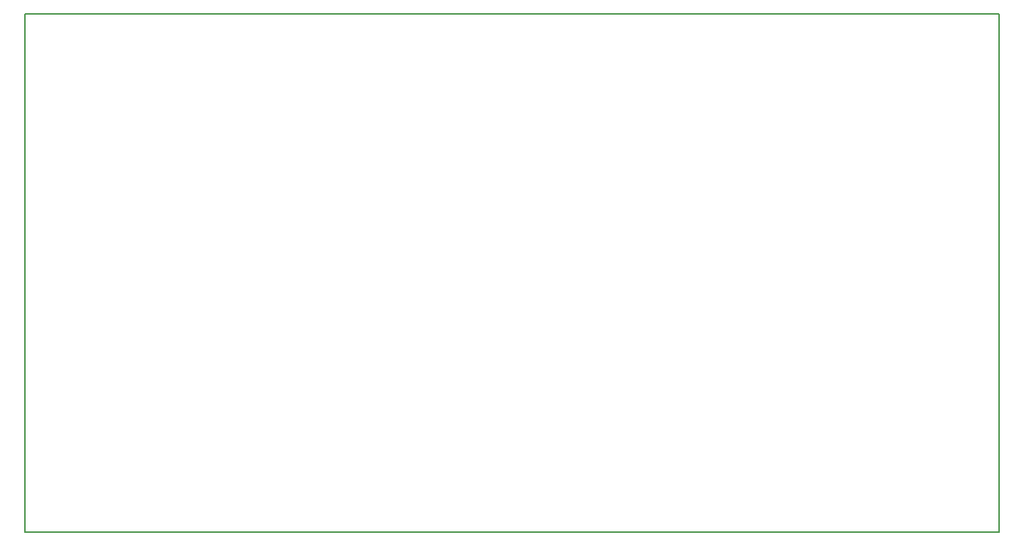
<source format=gbr>
G04 #@! TF.FileFunction,Profile,NP*
%FSLAX46Y46*%
G04 Gerber Fmt 4.6, Leading zero omitted, Abs format (unit mm)*
G04 Created by KiCad (PCBNEW 4.0.1-stable) date 12/26/16 02:18:00*
%MOMM*%
G01*
G04 APERTURE LIST*
%ADD10C,0.100000*%
%ADD11C,0.150000*%
G04 APERTURE END LIST*
D10*
D11*
X127500000Y-125000000D02*
X240000000Y-125000000D01*
X127500000Y-65000000D02*
X127500000Y-125000000D01*
X240000000Y-65000000D02*
X240000000Y-125000000D01*
X127500000Y-65000000D02*
X240000000Y-65000000D01*
M02*

</source>
